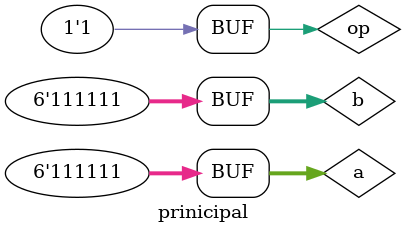
<source format=v>
module halfAdder (output [1:0]s, input x, input y);
	wire c_out;
	wire soma;
	
	and cOut (c_out, x, y);
	xor soma (soma, x, y);
	
	assign s[0] = soma;
	assign s[1] = c_out;
endmodule // halfAdder

// ------------------------- 
// FULL ADDER
// ------------------------- 
module fullAdder (output [1:0]s, input a, input b, input carryIn); 
	wire [1:0]soma1;
	wire [1:0]soma2;
	wire c_Out;
	
	halfAdder HF1 (soma1, a, b);
	halfAdder HF2 (soma2, soma1[0], carryIn );
	or C_OUT (c_Out, soma1[1], soma2[1]);
	
	assign s[1] = c_Out;
	assign s[0] = soma2[0];
endmodule // fullAdder

// ------------------------- 
// Exercicio
// ------------------------- 

module exercicio(output [5:0]s, input [5:0]a, input [5:0]b, input op);
	wire [5:0]c;
	wire [1:0]soma0;
	wire [1:0]soma1;
	wire [1:0]soma2;
	wire [1:0]soma3;
	wire [1:0]soma4;
	wire [1:0]soma5;
	
	// --- XOR da segunda entrada com operador
		xor XOR0 (c[0], b[0], op);
		xor XOR1 (c[1], b[1], op);
		xor XOR2 (c[2], b[2], op);
		xor XOR3 (c[3], b[3], op);
		xor XOR4 (c[4], b[4], op);
		xor XOR5 (c[5], b[5], op);
	// --- Soma da primeira entrada com o XOR da segunda
		fullAdder FA0 (soma0, a[0], c[0], op);
		
		fullAdder FA1 (soma1, a[1], c[1], soma0[1]);
		
		fullAdder FA2 (soma2, a[2], c[2], soma1[1]);
		
		fullAdder FA3 (soma3, a[3], c[3], soma2[1]);
		
		fullAdder FA4 (soma4, a[4], c[4], soma3[1]);
		
		fullAdder FA5 (soma5, a[5], c[5], soma4[1]);
		
		assign s[0] = soma0[0];
		assign s[1] = soma1[0];
		assign s[2] = soma2[0];
		assign s[3] = soma3[0];
		assign s[4] = soma4[0];
		assign s[5] = soma5[0];
endmodule // exercicio

// ------------------------- 
// Modulo Principal
// ------------------------- 

module prinicipal;
// --------- definicao dados 
	reg [5:0] a;
	reg [5:0] b;
	reg op;
	wire [5:0] s;
	exercicio teste (s, a, b, op);

// --------- parte principal
	initial begin 
		$display("Exemplo0031 - Eduardo Manoel - 427396"); 
		$display("Test ALU\nop = 0 -> soma\t op = 1 -> subtracao\n"); 
		
		#1 a = 6'b001100; b = 6'b110011; op =1'b0;
		$monitor("a = %6b\t b = %6b\t op = %1b\n Resultado: %6b\n", a, b, op, s);
		
		#1 a = 6'b001100; b = 6'b110011; op =1'b1;
		#1 a = 6'b111111; b = 6'b111111; op =1'b0;
		#1 a = 6'b111111; b = 6'b111111; op =1'b1;
	end
endmodule //principaç
</source>
